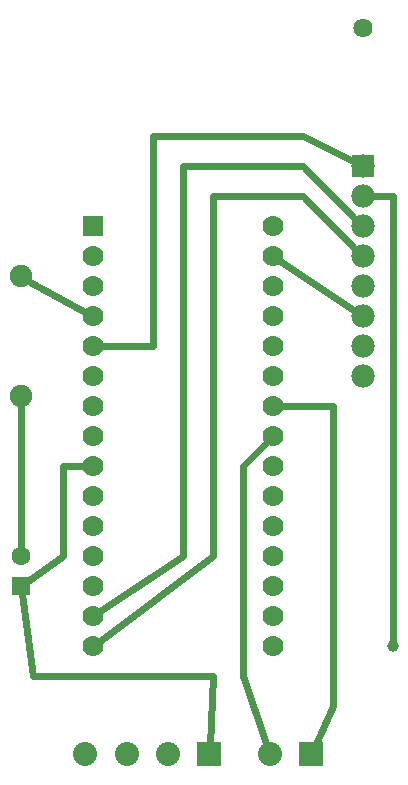
<source format=gtl>
G04 MADE WITH FRITZING*
G04 WWW.FRITZING.ORG*
G04 DOUBLE SIDED*
G04 HOLES PLATED*
G04 CONTOUR ON CENTER OF CONTOUR VECTOR*
%ASAXBY*%
%FSLAX23Y23*%
%MOIN*%
%OFA0B0*%
%SFA1.0B1.0*%
%ADD10C,0.078000*%
%ADD11C,0.062992*%
%ADD12C,0.080000*%
%ADD13C,0.075000*%
%ADD14C,0.039370*%
%ADD15C,0.070000*%
%ADD16C,0.064000*%
%ADD17R,0.078000X0.078000*%
%ADD18R,0.062992X0.062992*%
%ADD19R,0.080000X0.080000*%
%ADD20R,0.069972X0.070000*%
%ADD21R,0.064000X0.012000*%
%ADD22C,0.024000*%
%LNCOPPER1*%
G90*
G70*
G54D10*
X1323Y2165D03*
X1323Y2065D03*
X1323Y1965D03*
X1323Y1865D03*
X1323Y1765D03*
X1323Y1665D03*
X1323Y1565D03*
X1323Y1465D03*
G54D11*
X184Y766D03*
X184Y865D03*
G54D12*
X812Y205D03*
X674Y205D03*
X536Y205D03*
X398Y205D03*
X1151Y205D03*
X1013Y205D03*
G54D13*
X184Y1398D03*
X184Y1798D03*
G54D14*
X1423Y565D03*
G54D15*
X423Y1965D03*
X423Y1865D03*
X423Y1765D03*
X423Y1665D03*
X423Y1565D03*
X423Y1465D03*
X423Y1365D03*
X423Y1265D03*
X423Y1165D03*
X423Y1065D03*
X423Y965D03*
X423Y865D03*
X423Y765D03*
X423Y665D03*
X423Y565D03*
X1023Y1965D03*
X1023Y1865D03*
X1023Y1765D03*
X1023Y1665D03*
X1023Y1565D03*
X1023Y1465D03*
X1023Y1365D03*
X1023Y1265D03*
X1023Y1165D03*
X1023Y1065D03*
X1023Y965D03*
X1023Y865D03*
X1023Y765D03*
X1023Y665D03*
X1023Y565D03*
G54D16*
X1323Y2626D03*
X1323Y2626D03*
X1323Y2626D03*
X1323Y2626D03*
X1323Y2626D03*
X1323Y2626D03*
X1323Y2626D03*
X1323Y2626D03*
G54D17*
X1323Y2165D03*
G54D18*
X184Y766D03*
G54D19*
X812Y205D03*
X1151Y205D03*
G54D20*
X423Y1965D03*
G54D21*
X1323Y2626D03*
G54D22*
X397Y1679D02*
X209Y1784D01*
D02*
X323Y865D02*
X206Y782D01*
D02*
X323Y1165D02*
X323Y865D01*
D02*
X394Y1165D02*
X323Y1165D01*
D02*
X184Y892D02*
X184Y1370D01*
D02*
X923Y465D02*
X1003Y234D01*
D02*
X923Y1165D02*
X923Y465D01*
D02*
X1002Y1244D02*
X923Y1165D01*
D02*
X1223Y365D02*
X1163Y233D01*
D02*
X1223Y1365D02*
X1223Y365D01*
D02*
X1052Y1365D02*
X1223Y1365D01*
D02*
X1123Y2265D02*
X1290Y2181D01*
D02*
X1123Y2065D02*
X823Y2065D01*
D02*
X823Y2065D02*
X823Y865D01*
D02*
X823Y865D02*
X446Y582D01*
D02*
X1301Y1887D02*
X1123Y2065D01*
D02*
X1123Y2165D02*
X1301Y1987D01*
D02*
X723Y865D02*
X723Y2165D01*
D02*
X723Y2165D02*
X1123Y2165D01*
D02*
X447Y681D02*
X723Y865D01*
D02*
X623Y2265D02*
X1123Y2265D01*
D02*
X623Y1565D02*
X623Y2265D01*
D02*
X452Y1565D02*
X623Y1565D01*
D02*
X823Y465D02*
X813Y236D01*
D02*
X223Y465D02*
X823Y465D01*
D02*
X187Y740D02*
X223Y465D01*
D02*
X1047Y1849D02*
X1297Y1682D01*
D02*
X1423Y2065D02*
X1423Y584D01*
D02*
X1354Y2065D02*
X1423Y2065D01*
G04 End of Copper1*
M02*
</source>
